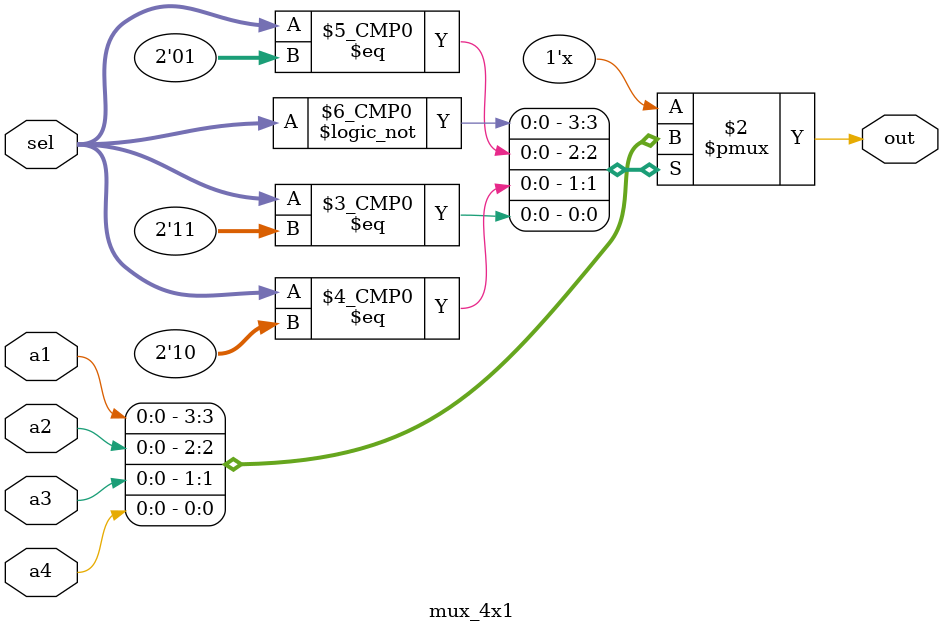
<source format=v>
`timescale 1ns / 1ps


module mux_4x1(
input a1,input a2,input a3,input a4,output reg out,input [1:0]sel);
always @(a1,a2,a3,a4,sel)
    case(sel)
    2'b00: out = a1;
    2'b01: out = a2;
    2'b10: out = a3;
    2'b11: out = a4;
    endcase
endmodule

</source>
